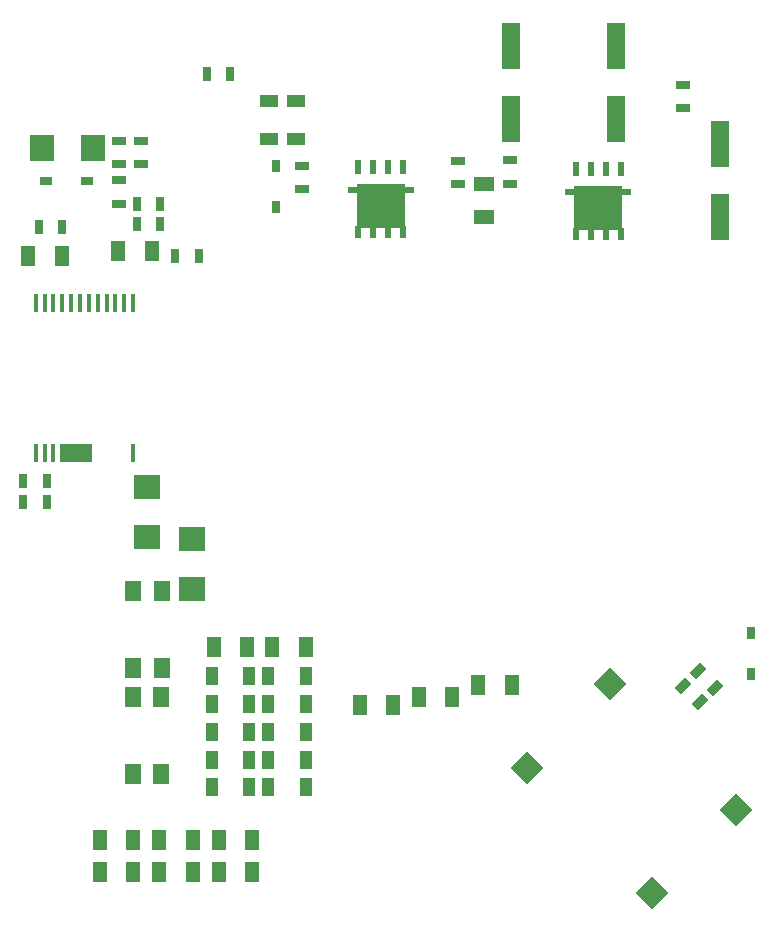
<source format=gtp>
G04*
G04 #@! TF.GenerationSoftware,Altium Limited,Altium Designer,24.3.1 (35)*
G04*
G04 Layer_Color=8421504*
%FSLAX44Y44*%
%MOMM*%
G71*
G04*
G04 #@! TF.SameCoordinates,EE9A5EF0-155C-4C8F-B462-BE7DD29FB847*
G04*
G04*
G04 #@! TF.FilePolarity,Positive*
G04*
G01*
G75*
%ADD15R,1.4500X1.8000*%
%ADD16R,5.6100X0.6000*%
%ADD17R,0.6100X1.0200*%
%ADD18R,4.1000X3.8100*%
%ADD19R,0.6100X1.2700*%
%ADD20R,1.2500X0.8000*%
%ADD21R,1.6000X1.0000*%
%ADD22R,1.6000X4.0000*%
G04:AMPARAMS|DCode=23|XSize=0.8mm|YSize=1.25mm|CornerRadius=0mm|HoleSize=0mm|Usage=FLASHONLY|Rotation=315.000|XOffset=0mm|YOffset=0mm|HoleType=Round|Shape=Rectangle|*
%AMROTATEDRECTD23*
4,1,4,-0.7248,-0.1591,0.1591,0.7248,0.7248,0.1591,-0.1591,-0.7248,-0.7248,-0.1591,0.0*
%
%ADD23ROTATEDRECTD23*%

%ADD24R,0.8000X1.2500*%
%ADD25R,0.7000X1.0000*%
%ADD26R,1.8000X1.3000*%
%ADD27R,1.3000X1.8000*%
%ADD28R,2.0000X2.3000*%
%ADD29R,1.0000X0.7000*%
%ADD30P,2.8284X4X270.0*%
%ADD31R,0.4100X1.6000*%
%ADD32R,2.8100X1.6000*%
%ADD33R,1.0000X1.6000*%
%ADD34R,2.3000X2.0000*%
D15*
X139500Y218750D02*
D03*
Y284250D02*
D03*
X115000Y218750D02*
D03*
Y284250D02*
D03*
X139250Y129070D02*
D03*
Y194570D02*
D03*
X114750Y129070D02*
D03*
Y194570D02*
D03*
D16*
X325000Y623488D02*
D03*
X508950Y622000D02*
D03*
D17*
X344080Y587988D02*
D03*
X331380D02*
D03*
X318680D02*
D03*
X305980D02*
D03*
X528030Y586500D02*
D03*
X515330D02*
D03*
X502630D02*
D03*
X489930D02*
D03*
D18*
X325000Y609988D02*
D03*
X508950Y608500D02*
D03*
D19*
X305950Y642988D02*
D03*
X344050D02*
D03*
X318650D02*
D03*
X331350D02*
D03*
X489900Y641500D02*
D03*
X528000D02*
D03*
X502600D02*
D03*
X515300D02*
D03*
D20*
X580998Y692750D02*
D03*
Y712750D02*
D03*
X434752Y628899D02*
D03*
Y648899D02*
D03*
X390252Y628457D02*
D03*
Y648457D02*
D03*
X258067Y644149D02*
D03*
Y624149D02*
D03*
X121749Y645501D02*
D03*
Y665501D02*
D03*
X103492Y645501D02*
D03*
Y665501D02*
D03*
X103494Y612000D02*
D03*
Y632000D02*
D03*
D21*
X253229Y699251D02*
D03*
Y667251D02*
D03*
X230451Y699251D02*
D03*
Y667251D02*
D03*
D22*
X523950Y683750D02*
D03*
Y745750D02*
D03*
X435500Y683500D02*
D03*
Y745500D02*
D03*
X611750Y662500D02*
D03*
Y600500D02*
D03*
D23*
X607676Y201930D02*
D03*
X593534Y216072D02*
D03*
X581034Y204072D02*
D03*
X595176Y189930D02*
D03*
D24*
X177500Y721502D02*
D03*
X197500D02*
D03*
X170750Y567998D02*
D03*
X150750D02*
D03*
X118250Y612002D02*
D03*
X138250D02*
D03*
X118250Y594502D02*
D03*
X138250D02*
D03*
X55240Y591998D02*
D03*
X35240D02*
D03*
X42156Y359748D02*
D03*
X22156D02*
D03*
Y377502D02*
D03*
X42156D02*
D03*
D25*
X638334Y213500D02*
D03*
Y248500D02*
D03*
X235819Y644149D02*
D03*
Y609150D02*
D03*
D26*
X412511Y628957D02*
D03*
Y600457D02*
D03*
D27*
X131151Y571750D02*
D03*
X102651D02*
D03*
X26500Y567500D02*
D03*
X55000D02*
D03*
X87015Y46000D02*
D03*
X115515D02*
D03*
X137515Y73000D02*
D03*
X166015D02*
D03*
X87015D02*
D03*
X115515D02*
D03*
X137515Y46000D02*
D03*
X166015D02*
D03*
X187766Y73000D02*
D03*
X216266D02*
D03*
X187766Y46000D02*
D03*
X216266D02*
D03*
X183500Y236750D02*
D03*
X212000D02*
D03*
X233250D02*
D03*
X261750D02*
D03*
X435750Y204250D02*
D03*
X407250D02*
D03*
X385497Y194250D02*
D03*
X356997D02*
D03*
X335500Y187500D02*
D03*
X307000D02*
D03*
D28*
X38000Y659500D02*
D03*
X81000D02*
D03*
D29*
X76500Y631000D02*
D03*
X41500D02*
D03*
D30*
X625388Y99072D02*
D03*
X519322Y205138D02*
D03*
X554678Y28362D02*
D03*
X448612Y134428D02*
D03*
D31*
X47750Y401148D02*
D03*
X40250D02*
D03*
X32750D02*
D03*
X115250D02*
D03*
X70250Y528349D02*
D03*
X62750D02*
D03*
X55250D02*
D03*
X47750D02*
D03*
X40250D02*
D03*
X32750D02*
D03*
X77750D02*
D03*
X85250D02*
D03*
X92750D02*
D03*
X100250D02*
D03*
X107750D02*
D03*
X115250D02*
D03*
D32*
X67250Y401148D02*
D03*
D33*
X213750Y211750D02*
D03*
X181750D02*
D03*
X213750Y188250D02*
D03*
X181750D02*
D03*
X213750Y164748D02*
D03*
X181750D02*
D03*
X213750Y141250D02*
D03*
X181750D02*
D03*
X213750Y118250D02*
D03*
X181750D02*
D03*
X261750D02*
D03*
X229750D02*
D03*
X261750Y141250D02*
D03*
X229750D02*
D03*
X261750Y211750D02*
D03*
X229750D02*
D03*
X261750Y188500D02*
D03*
X229750D02*
D03*
X261750Y164750D02*
D03*
X229750D02*
D03*
D34*
X127000Y329475D02*
D03*
Y372475D02*
D03*
X165500Y285500D02*
D03*
Y328500D02*
D03*
M02*

</source>
